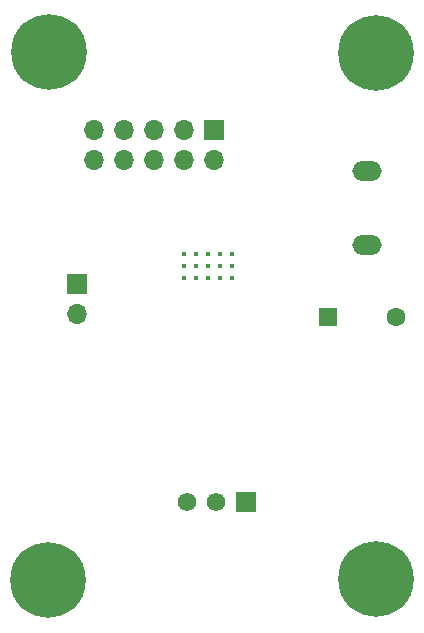
<source format=gbr>
%TF.GenerationSoftware,KiCad,Pcbnew,8.0.5*%
%TF.CreationDate,2026-01-02T18:08:47-06:00*%
%TF.ProjectId,FOC_DV,464f435f-4456-42e6-9b69-6361645f7063,rev?*%
%TF.SameCoordinates,PX7735940PY6422c40*%
%TF.FileFunction,Soldermask,Bot*%
%TF.FilePolarity,Negative*%
%FSLAX46Y46*%
G04 Gerber Fmt 4.6, Leading zero omitted, Abs format (unit mm)*
G04 Created by KiCad (PCBNEW 8.0.5) date 2026-01-02 18:08:47*
%MOMM*%
%LPD*%
G01*
G04 APERTURE LIST*
%ADD10C,6.400000*%
%ADD11R,1.600000X1.600000*%
%ADD12C,1.600000*%
%ADD13C,0.399999*%
%ADD14R,1.750000X1.750000*%
%ADD15C,1.575000*%
%ADD16O,2.500000X1.700000*%
%ADD17R,1.700000X1.700000*%
%ADD18O,1.700000X1.700000*%
G04 APERTURE END LIST*
D10*
%TO.C,H4*%
X37302944Y50502944D03*
%TD*%
%TO.C,H2*%
X9600000Y50600000D03*
%TD*%
%TO.C,H3*%
X9497056Y5902944D03*
%TD*%
%TO.C,H1*%
X37250000Y6000000D03*
%TD*%
D11*
%TO.C,C1*%
X33200000Y28200000D03*
D12*
X38950000Y28200000D03*
%TD*%
D13*
%TO.C,U1*%
X21049999Y31499999D03*
X22049999Y31499999D03*
X23050000Y31499999D03*
X24050001Y31499999D03*
X25050001Y31499999D03*
X21049999Y32500000D03*
X22049999Y32500000D03*
X23050000Y32500000D03*
X24050001Y32500000D03*
X25050001Y32500000D03*
X21049999Y33500001D03*
X22049999Y33500001D03*
X23050000Y33500001D03*
X24050001Y33500001D03*
X25050001Y33500001D03*
%TD*%
D14*
%TO.C,J3*%
X26250000Y12500000D03*
D15*
X23750000Y12500000D03*
X21250000Y12500000D03*
%TD*%
D16*
%TO.C,REF\u002A\u002A*%
X36500000Y34250000D03*
X36500000Y40500000D03*
%TD*%
D17*
%TO.C,U2*%
X23540000Y44000000D03*
D18*
X23540000Y41460000D03*
X21000000Y44000000D03*
X21000000Y41460000D03*
X18460000Y44000000D03*
X18460000Y41460000D03*
X15920000Y44000000D03*
X15920000Y41460000D03*
X13380000Y44000000D03*
X13380000Y41460000D03*
%TD*%
D17*
%TO.C,J1*%
X12000000Y31000000D03*
D18*
X12000000Y28460000D03*
%TD*%
M02*

</source>
